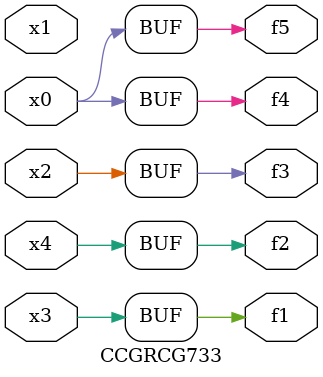
<source format=v>
module CCGRCG733(
	input x0, x1, x2, x3, x4,
	output f1, f2, f3, f4, f5
);
	assign f1 = x3;
	assign f2 = x4;
	assign f3 = x2;
	assign f4 = x0;
	assign f5 = x0;
endmodule

</source>
